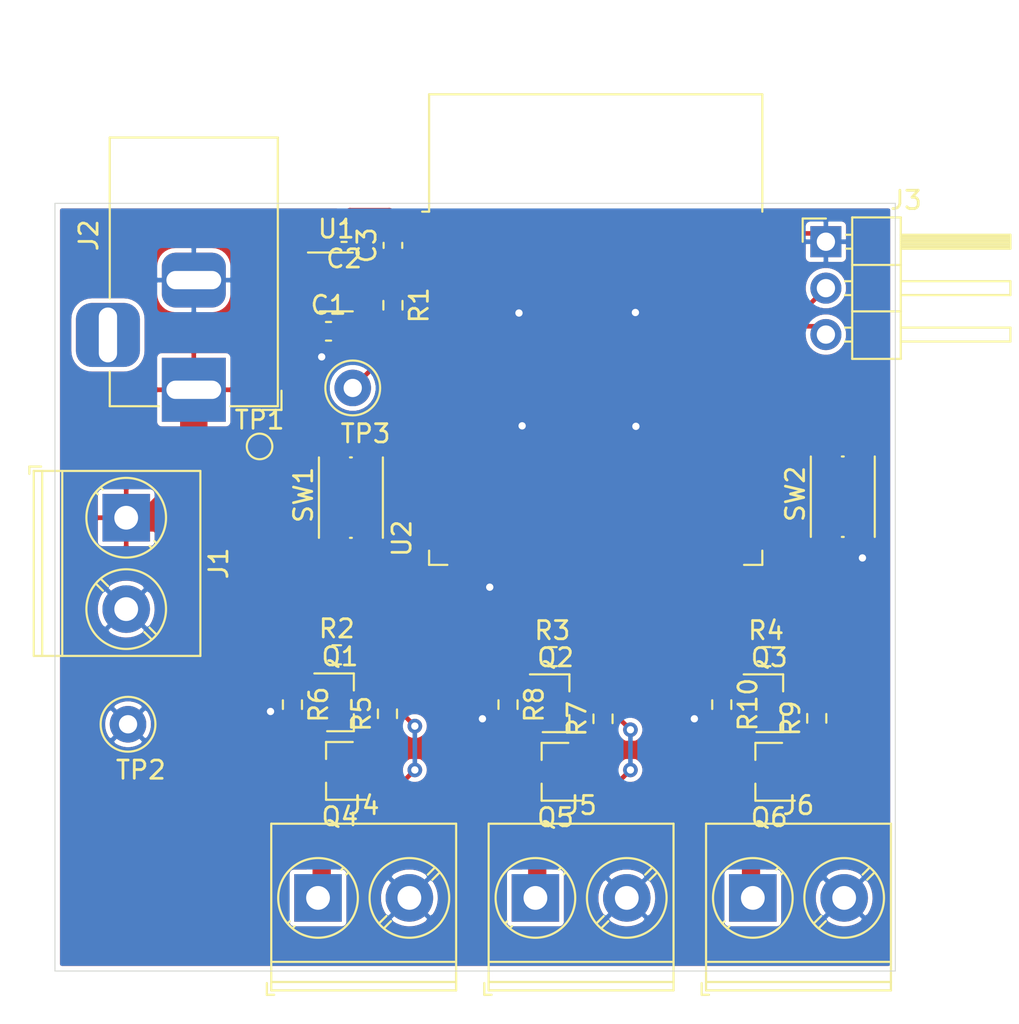
<source format=kicad_pcb>
(kicad_pcb (version 20171130) (host pcbnew 5.1.9+dfsg1-1)
  (layers (0 F.Cu signal) (31 B.Cu signal) (34 B.Paste user) (35 F.Paste user) (36 B.SilkS user) (37 F.SilkS user) (38 B.Mask user) (39 F.Mask user) (44 Edge.Cuts user))
  (net 0 "")
  (net 1 GND)
  (net 2 +5V)
  (net 3 +3V3)
  (net 4 "Net-(J2-Pad3)")
  (net 5 /RXD)
  (net 6 /TXD)
  (net 7 /OUT1)
  (net 8 /OUT2)
  (net 9 /OUT3)
  (net 10 /~RST)
  (net 11 /MTDO)
  (net 12 /MTMS)
  (net 13 /MTCK)
  (net 14 /MTDI)
  (net 15 "Net-(Q1-Pad3)")
  (net 16 "Net-(Q1-Pad1)")
  (net 17 "Net-(Q2-Pad3)")
  (net 18 "Net-(Q2-Pad1)")
  (net 19 "Net-(Q3-Pad3)")
  (net 20 "Net-(Q3-Pad1)")
  (net 21 /CH1)
  (net 22 /CH2)
  (net 23 /CH3)
  (net 24 "Net-(SW2-Pad1)")
  (net 25 "Net-(U1-Pad4)")
  (net 26 "Net-(U2-Pad37)")
  (net 27 "Net-(U2-Pad36)")
  (net 28 "Net-(U2-Pad33)")
  (net 29 "Net-(U2-Pad32)")
  (net 30 "Net-(U2-Pad29)")
  (net 31 "Net-(U2-Pad27)")
  (net 32 "Net-(U2-Pad26)")
  (net 33 "Net-(U2-Pad24)")
  (net 34 "Net-(U2-Pad22)")
  (net 35 "Net-(U2-Pad21)")
  (net 36 "Net-(U2-Pad20)")
  (net 37 "Net-(U2-Pad19)")
  (net 38 "Net-(U2-Pad18)")
  (net 39 "Net-(U2-Pad17)")
  (net 40 "Net-(U2-Pad11)")
  (net 41 "Net-(U2-Pad10)")
  (net 42 "Net-(U2-Pad9)")
  (net 43 "Net-(U2-Pad8)")
  (net 44 "Net-(U2-Pad7)")
  (net 45 "Net-(U2-Pad6)")
  (net 46 "Net-(U2-Pad5)")
  (net 47 "Net-(U2-Pad4)")
  (net 48 "Net-(U2-Pad28)")
  (module TestPoint:TestPoint_Pad_D1.0mm (layer F.Cu) (at 32.2 65.3)
    (fp_text reference TP1 (at 0 -1.448) (layer F.SilkS))
    (fp_text value TP5V)
    (fp_circle (center 0 0) (end 0 0.7) (layer F.SilkS) (width 0.12))
    (pad 1 smd circle (at 0 0) (size 1 1) (layers F.Cu F.Mask) (net 2 +5V))
  )
  (module Button_Switch_SMD:SW_Push_1P1T_NO_Vertical_Wuerth_434133025816 (layer F.Cu) (at 64.125 68.05 90)
    (fp_text reference SW2 (at 0.15 -2.6 90) (layer F.SilkS))
    (fp_text value SW_Push)
    (fp_line (start 2.2 0.05) (end 2.2 -0.05) (layer F.SilkS) (width 0.12))
    (fp_line (start -2.2 1.75) (end 2.2 1.75) (layer F.SilkS) (width 0.12))
    (fp_line (start 2.2 -1.75) (end -2.2 -1.75) (layer F.SilkS) (width 0.12))
    (fp_line (start -2.2 0.05) (end -2.2 -0.05) (layer F.SilkS) (width 0.12))
    (pad 2 smd rect (at 2.05 1.075 90) (size 1.05 0.65) (layers F.Cu F.Paste F.Mask) (net 1 GND))
    (pad 1 smd rect (at 2.075 -1.075 90) (size 1.05 0.65) (layers F.Cu F.Paste F.Mask) (net 24 "Net-(SW2-Pad1)"))
    (pad 2 smd rect (at -2.075 1.075 90) (size 1.05 0.65) (layers F.Cu F.Paste F.Mask) (net 1 GND))
    (pad 1 smd rect (at -2.075 -1.075 90) (size 1.05 0.65) (layers F.Cu F.Paste F.Mask) (net 24 "Net-(SW2-Pad1)"))
  )
  (module Button_Switch_SMD:SW_Push_1P1T_NO_Vertical_Wuerth_434133025816 (layer F.Cu) (at 37.2 68.1 90)
    (fp_text reference SW1 (at 0.15 -2.6 90) (layer F.SilkS))
    (fp_text value SW_Push)
    (fp_line (start 2.2 0.05) (end 2.2 -0.05) (layer F.SilkS) (width 0.12))
    (fp_line (start -2.2 1.75) (end 2.2 1.75) (layer F.SilkS) (width 0.12))
    (fp_line (start 2.2 -1.75) (end -2.2 -1.75) (layer F.SilkS) (width 0.12))
    (fp_line (start -2.2 0.05) (end -2.2 -0.05) (layer F.SilkS) (width 0.12))
    (pad 2 smd rect (at 2.05 1.075 90) (size 1.05 0.65) (layers F.Cu F.Paste F.Mask) (net 10 /~RST))
    (pad 1 smd rect (at 2.075 -1.075 90) (size 1.05 0.65) (layers F.Cu F.Paste F.Mask) (net 1 GND))
    (pad 2 smd rect (at -2.075 1.075 90) (size 1.05 0.65) (layers F.Cu F.Paste F.Mask) (net 10 /~RST))
    (pad 1 smd rect (at -2.075 -1.075 90) (size 1.05 0.65) (layers F.Cu F.Paste F.Mask) (net 1 GND))
  )
  (module RF_Module:ESP32-WROOM-32 (layer F.Cu) (at 50.6 61.9)
    (fp_text reference U2 (at -10.61 8.43 90) (layer F.SilkS))
    (fp_text value ESP32-WROOM-32D)
    (fp_line (start -9.12 9.1) (end -9.12 9.88) (layer F.SilkS) (width 0.12))
    (fp_line (start -9.12 9.88) (end -8.12 9.88) (layer F.SilkS) (width 0.12))
    (fp_line (start 9.12 9.1) (end 9.12 9.88) (layer F.SilkS) (width 0.12))
    (fp_line (start 9.12 9.88) (end 8.12 9.88) (layer F.SilkS) (width 0.12))
    (fp_line (start -9.12 -15.865) (end 9.12 -15.865) (layer F.SilkS) (width 0.12))
    (fp_line (start 9.12 -15.865) (end 9.12 -9.445) (layer F.SilkS) (width 0.12))
    (fp_line (start -9.12 -15.865) (end -9.12 -9.445) (layer F.SilkS) (width 0.12))
    (fp_line (start -9.12 -9.445) (end -9.5 -9.445) (layer F.SilkS) (width 0.12))
    (pad 38 smd rect (at 8.5 -8.255) (size 2 0.9) (layers F.Cu F.Paste F.Mask) (net 1 GND))
    (pad 37 smd rect (at 8.5 -6.985) (size 2 0.9) (layers F.Cu F.Paste F.Mask) (net 26 "Net-(U2-Pad37)"))
    (pad 36 smd rect (at 8.5 -5.715) (size 2 0.9) (layers F.Cu F.Paste F.Mask) (net 27 "Net-(U2-Pad36)"))
    (pad 35 smd rect (at 8.5 -4.445) (size 2 0.9) (layers F.Cu F.Paste F.Mask) (net 6 /TXD))
    (pad 34 smd rect (at 8.5 -3.175) (size 2 0.9) (layers F.Cu F.Paste F.Mask) (net 5 /RXD))
    (pad 33 smd rect (at 8.5 -1.905) (size 2 0.9) (layers F.Cu F.Paste F.Mask) (net 28 "Net-(U2-Pad33)"))
    (pad 32 smd rect (at 8.5 -0.635) (size 2 0.9) (layers F.Cu F.Paste F.Mask) (net 29 "Net-(U2-Pad32)"))
    (pad 31 smd rect (at 8.5 0.635) (size 2 0.9) (layers F.Cu F.Paste F.Mask) (net 23 /CH3))
    (pad 30 smd rect (at 8.5 1.905) (size 2 0.9) (layers F.Cu F.Paste F.Mask) (net 22 /CH2))
    (pad 29 smd rect (at 8.5 3.175) (size 2 0.9) (layers F.Cu F.Paste F.Mask) (net 30 "Net-(U2-Pad29)"))
    (pad 28 smd rect (at 8.5 4.445) (size 2 0.9) (layers F.Cu F.Paste F.Mask) (net 48 "Net-(U2-Pad28)"))
    (pad 27 smd rect (at 8.5 5.715) (size 2 0.9) (layers F.Cu F.Paste F.Mask) (net 31 "Net-(U2-Pad27)"))
    (pad 26 smd rect (at 8.5 6.985) (size 2 0.9) (layers F.Cu F.Paste F.Mask) (net 32 "Net-(U2-Pad26)"))
    (pad 25 smd rect (at 8.5 8.255) (size 2 0.9) (layers F.Cu F.Paste F.Mask) (net 24 "Net-(SW2-Pad1)"))
    (pad 24 smd rect (at 5.715 9.255 90) (size 2 0.9) (layers F.Cu F.Paste F.Mask) (net 33 "Net-(U2-Pad24)"))
    (pad 23 smd rect (at 4.445 9.255 90) (size 2 0.9) (layers F.Cu F.Paste F.Mask) (net 11 /MTDO))
    (pad 22 smd rect (at 3.175 9.255 90) (size 2 0.9) (layers F.Cu F.Paste F.Mask) (net 34 "Net-(U2-Pad22)"))
    (pad 21 smd rect (at 1.905 9.255 90) (size 2 0.9) (layers F.Cu F.Paste F.Mask) (net 35 "Net-(U2-Pad21)"))
    (pad 20 smd rect (at 0.635 9.255 90) (size 2 0.9) (layers F.Cu F.Paste F.Mask) (net 36 "Net-(U2-Pad20)"))
    (pad 19 smd rect (at -0.635 9.255 90) (size 2 0.9) (layers F.Cu F.Paste F.Mask) (net 37 "Net-(U2-Pad19)"))
    (pad 18 smd rect (at -1.905 9.255 90) (size 2 0.9) (layers F.Cu F.Paste F.Mask) (net 38 "Net-(U2-Pad18)"))
    (pad 17 smd rect (at -3.175 9.255 90) (size 2 0.9) (layers F.Cu F.Paste F.Mask) (net 39 "Net-(U2-Pad17)"))
    (pad 16 smd rect (at -4.445 9.255 90) (size 2 0.9) (layers F.Cu F.Paste F.Mask) (net 13 /MTCK))
    (pad 15 smd rect (at -5.715 9.255 90) (size 2 0.9) (layers F.Cu F.Paste F.Mask) (net 1 GND))
    (pad 14 smd rect (at -8.5 8.255) (size 2 0.9) (layers F.Cu F.Paste F.Mask) (net 14 /MTDI))
    (pad 13 smd rect (at -8.5 6.985) (size 2 0.9) (layers F.Cu F.Paste F.Mask) (net 12 /MTMS))
    (pad 12 smd rect (at -8.5 5.715) (size 2 0.9) (layers F.Cu F.Paste F.Mask) (net 21 /CH1))
    (pad 11 smd rect (at -8.5 4.445) (size 2 0.9) (layers F.Cu F.Paste F.Mask) (net 40 "Net-(U2-Pad11)"))
    (pad 10 smd rect (at -8.5 3.175) (size 2 0.9) (layers F.Cu F.Paste F.Mask) (net 41 "Net-(U2-Pad10)"))
    (pad 9 smd rect (at -8.5 1.905) (size 2 0.9) (layers F.Cu F.Paste F.Mask) (net 42 "Net-(U2-Pad9)"))
    (pad 8 smd rect (at -8.5 0.635) (size 2 0.9) (layers F.Cu F.Paste F.Mask) (net 43 "Net-(U2-Pad8)"))
    (pad 7 smd rect (at -8.5 -0.635) (size 2 0.9) (layers F.Cu F.Paste F.Mask) (net 44 "Net-(U2-Pad7)"))
    (pad 6 smd rect (at -8.5 -1.905) (size 2 0.9) (layers F.Cu F.Paste F.Mask) (net 45 "Net-(U2-Pad6)"))
    (pad 5 smd rect (at -8.5 -3.175) (size 2 0.9) (layers F.Cu F.Paste F.Mask) (net 46 "Net-(U2-Pad5)"))
    (pad 4 smd rect (at -8.5 -4.445) (size 2 0.9) (layers F.Cu F.Paste F.Mask) (net 47 "Net-(U2-Pad4)"))
    (pad 3 smd rect (at -8.5 -5.715) (size 2 0.9) (layers F.Cu F.Paste F.Mask) (net 10 /~RST))
    (pad 2 smd rect (at -8.5 -6.985) (size 2 0.9) (layers F.Cu F.Paste F.Mask) (net 3 +3V3))
    (pad 1 smd rect (at -8.5 -8.255) (size 2 0.9) (layers F.Cu F.Paste F.Mask) (net 1 GND))
    (pad 39 smd rect (at -1 -0.755) (size 5 5) (layers F.Cu F.Paste F.Mask) (net 1 GND))
  )
  (module Package_TO_SOT_SMD:SOT-23-5 (layer F.Cu) (at 36.4 56.3)
    (fp_text reference U1 (at 0 -2.9) (layer F.SilkS))
    (fp_text value AP2112K-3.3)
    (fp_line (start -0.9 1.61) (end 0.9 1.61) (layer F.SilkS) (width 0.12))
    (fp_line (start 0.9 -1.61) (end -1.55 -1.61) (layer F.SilkS) (width 0.12))
    (pad 5 smd rect (at 1.1 -0.95) (size 1.06 0.65) (layers F.Cu F.Paste F.Mask) (net 3 +3V3))
    (pad 4 smd rect (at 1.1 0.95) (size 1.06 0.65) (layers F.Cu F.Paste F.Mask) (net 25 "Net-(U1-Pad4)"))
    (pad 3 smd rect (at -1.1 0.95) (size 1.06 0.65) (layers F.Cu F.Paste F.Mask) (net 2 +5V))
    (pad 2 smd rect (at -1.1 0) (size 1.06 0.65) (layers F.Cu F.Paste F.Mask) (net 1 GND))
    (pad 1 smd rect (at -1.1 -0.95) (size 1.06 0.65) (layers F.Cu F.Paste F.Mask) (net 2 +5V))
  )
  (module TestPoint:TestPoint_Loop_D1.80mm_Drill1.0mm_Beaded (layer F.Cu) (at 37.3 62.1)
    (fp_text reference TP3 (at 0.7 2.5) (layer F.SilkS))
    (fp_text value TP3v3)
    (fp_circle (center 0 0) (end 1.5 0) (layer F.SilkS) (width 0.12))
    (pad 1 thru_hole circle (at 0 0) (size 2 2) (drill 1) (layers *.Cu *.Mask) (net 3 +3V3))
  )
  (module TestPoint:TestPoint_Loop_D1.80mm_Drill1.0mm_Beaded (layer F.Cu) (at 25 80.5)
    (fp_text reference TP2 (at 0.7 2.5) (layer F.SilkS))
    (fp_text value TPGND)
    (fp_circle (center 0 0) (end 1.5 0) (layer F.SilkS) (width 0.12))
    (pad 1 thru_hole circle (at 0 0) (size 2 2) (drill 1) (layers *.Cu *.Mask) (net 1 GND))
  )
  (module Resistor_SMD:R_0603_1608Metric (layer F.Cu) (at 57.5 79.425 270)
    (fp_text reference R10 (at 0 -1.43 90) (layer F.SilkS))
    (fp_text value 100k)
    (fp_line (start -0.237258 -0.5225) (end 0.237258 -0.5225) (layer F.SilkS) (width 0.12))
    (fp_line (start -0.237258 0.5225) (end 0.237258 0.5225) (layer F.SilkS) (width 0.12))
    (pad 2 smd roundrect (at 0.825 0 270) (size 0.8 0.95) (layers F.Cu F.Paste F.Mask) (net 1 GND))
    (pad 1 smd roundrect (at -0.825 0 270) (size 0.8 0.95) (layers F.Cu F.Paste F.Mask) (net 20 "Net-(Q3-Pad1)"))
  )
  (module Resistor_SMD:R_0603_1608Metric (layer F.Cu) (at 62.7 80.175 90)
    (fp_text reference R9 (at 0 -1.43 90) (layer F.SilkS))
    (fp_text value 1k)
    (fp_line (start -0.237258 -0.5225) (end 0.237258 -0.5225) (layer F.SilkS) (width 0.12))
    (fp_line (start -0.237258 0.5225) (end 0.237258 0.5225) (layer F.SilkS) (width 0.12))
    (pad 2 smd roundrect (at 0.825 0 90) (size 0.8 0.95) (layers F.Cu F.Paste F.Mask) (net 19 "Net-(Q3-Pad3)"))
    (pad 1 smd roundrect (at -0.825 0 90) (size 0.8 0.95) (layers F.Cu F.Paste F.Mask) (net 2 +5V))
  )
  (module Resistor_SMD:R_0603_1608Metric (layer F.Cu) (at 45.8 79.425 270)
    (fp_text reference R8 (at 0 -1.43 90) (layer F.SilkS))
    (fp_text value 100k)
    (fp_line (start -0.237258 -0.5225) (end 0.237258 -0.5225) (layer F.SilkS) (width 0.12))
    (fp_line (start -0.237258 0.5225) (end 0.237258 0.5225) (layer F.SilkS) (width 0.12))
    (pad 2 smd roundrect (at 0.825 0 270) (size 0.8 0.95) (layers F.Cu F.Paste F.Mask) (net 1 GND))
    (pad 1 smd roundrect (at -0.825 0 270) (size 0.8 0.95) (layers F.Cu F.Paste F.Mask) (net 18 "Net-(Q2-Pad1)"))
  )
  (module Resistor_SMD:R_0603_1608Metric (layer F.Cu) (at 51 80.2 90)
    (fp_text reference R7 (at 0 -1.43 90) (layer F.SilkS))
    (fp_text value 1k)
    (fp_line (start -0.237258 -0.5225) (end 0.237258 -0.5225) (layer F.SilkS) (width 0.12))
    (fp_line (start -0.237258 0.5225) (end 0.237258 0.5225) (layer F.SilkS) (width 0.12))
    (pad 2 smd roundrect (at 0.825 0 90) (size 0.8 0.95) (layers F.Cu F.Paste F.Mask) (net 17 "Net-(Q2-Pad3)"))
    (pad 1 smd roundrect (at -0.825 0 90) (size 0.8 0.95) (layers F.Cu F.Paste F.Mask) (net 2 +5V))
  )
  (module Resistor_SMD:R_0603_1608Metric (layer F.Cu) (at 34 79.425 270)
    (fp_text reference R6 (at 0 -1.43 90) (layer F.SilkS))
    (fp_text value 100k)
    (fp_line (start -0.237258 -0.5225) (end 0.237258 -0.5225) (layer F.SilkS) (width 0.12))
    (fp_line (start -0.237258 0.5225) (end 0.237258 0.5225) (layer F.SilkS) (width 0.12))
    (pad 2 smd roundrect (at 0.825 0 270) (size 0.8 0.95) (layers F.Cu F.Paste F.Mask) (net 1 GND))
    (pad 1 smd roundrect (at -0.825 0 270) (size 0.8 0.95) (layers F.Cu F.Paste F.Mask) (net 16 "Net-(Q1-Pad1)"))
  )
  (module Resistor_SMD:R_0603_1608Metric (layer F.Cu) (at 39.2 79.925 90)
    (fp_text reference R5 (at 0 -1.43 90) (layer F.SilkS))
    (fp_text value 1k)
    (fp_line (start -0.237258 -0.5225) (end 0.237258 -0.5225) (layer F.SilkS) (width 0.12))
    (fp_line (start -0.237258 0.5225) (end 0.237258 0.5225) (layer F.SilkS) (width 0.12))
    (pad 2 smd roundrect (at 0.825 0 90) (size 0.8 0.95) (layers F.Cu F.Paste F.Mask) (net 15 "Net-(Q1-Pad3)"))
    (pad 1 smd roundrect (at -0.825 0 90) (size 0.8 0.95) (layers F.Cu F.Paste F.Mask) (net 2 +5V))
  )
  (module Resistor_SMD:R_0603_1608Metric (layer F.Cu) (at 59.925 76.8)
    (fp_text reference R4 (at 0 -1.43) (layer F.SilkS))
    (fp_text value 100)
    (fp_line (start -0.237258 -0.5225) (end 0.237258 -0.5225) (layer F.SilkS) (width 0.12))
    (fp_line (start -0.237258 0.5225) (end 0.237258 0.5225) (layer F.SilkS) (width 0.12))
    (pad 2 smd roundrect (at 0.825 0) (size 0.8 0.95) (layers F.Cu F.Paste F.Mask) (net 23 /CH3))
    (pad 1 smd roundrect (at -0.825 0) (size 0.8 0.95) (layers F.Cu F.Paste F.Mask) (net 20 "Net-(Q3-Pad1)"))
  )
  (module Resistor_SMD:R_0603_1608Metric (layer F.Cu) (at 48.225 76.8)
    (fp_text reference R3 (at 0 -1.43) (layer F.SilkS))
    (fp_text value 100)
    (fp_line (start -0.237258 -0.5225) (end 0.237258 -0.5225) (layer F.SilkS) (width 0.12))
    (fp_line (start -0.237258 0.5225) (end 0.237258 0.5225) (layer F.SilkS) (width 0.12))
    (pad 2 smd roundrect (at 0.825 0) (size 0.8 0.95) (layers F.Cu F.Paste F.Mask) (net 22 /CH2))
    (pad 1 smd roundrect (at -0.825 0) (size 0.8 0.95) (layers F.Cu F.Paste F.Mask) (net 18 "Net-(Q2-Pad1)"))
  )
  (module Resistor_SMD:R_0603_1608Metric (layer F.Cu) (at 36.425 76.7)
    (fp_text reference R2 (at 0 -1.43) (layer F.SilkS))
    (fp_text value 100)
    (fp_line (start -0.237258 -0.5225) (end 0.237258 -0.5225) (layer F.SilkS) (width 0.12))
    (fp_line (start -0.237258 0.5225) (end 0.237258 0.5225) (layer F.SilkS) (width 0.12))
    (pad 2 smd roundrect (at 0.825 0) (size 0.8 0.95) (layers F.Cu F.Paste F.Mask) (net 21 /CH1))
    (pad 1 smd roundrect (at -0.825 0) (size 0.8 0.95) (layers F.Cu F.Paste F.Mask) (net 16 "Net-(Q1-Pad1)"))
  )
  (module Resistor_SMD:R_0603_1608Metric (layer F.Cu) (at 39.5 57.575 270)
    (fp_text reference R1 (at 0 -1.43 90) (layer F.SilkS))
    (fp_text value 10k)
    (fp_line (start -0.237258 -0.5225) (end 0.237258 -0.5225) (layer F.SilkS) (width 0.12))
    (fp_line (start -0.237258 0.5225) (end 0.237258 0.5225) (layer F.SilkS) (width 0.12))
    (pad 2 smd roundrect (at 0.825 0 270) (size 0.8 0.95) (layers F.Cu F.Paste F.Mask) (net 10 /~RST))
    (pad 1 smd roundrect (at -0.825 0 270) (size 0.8 0.95) (layers F.Cu F.Paste F.Mask) (net 3 +3V3))
  )
  (module Package_TO_SOT_SMD:SOT-23 (layer F.Cu) (at 60.1 83.1 180)
    (fp_text reference Q6 (at 0 -2.5) (layer F.SilkS))
    (fp_text value PMV33UPE)
    (fp_line (start 0.76 1.58) (end 0.76 0.65) (layer F.SilkS) (width 0.12))
    (fp_line (start 0.76 -1.58) (end 0.76 -0.65) (layer F.SilkS) (width 0.12))
    (fp_line (start 0.76 -1.58) (end -1.4 -1.58) (layer F.SilkS) (width 0.12))
    (fp_line (start 0.76 1.58) (end -0.7 1.58) (layer F.SilkS) (width 0.12))
    (pad 3 smd rect (at 1 0 180) (size 0.9 0.8) (layers F.Cu F.Paste F.Mask) (net 9 /OUT3))
    (pad 2 smd rect (at -1 0.95 180) (size 0.9 0.8) (layers F.Cu F.Paste F.Mask) (net 2 +5V))
    (pad 1 smd rect (at -1 -0.95 180) (size 0.9 0.8) (layers F.Cu F.Paste F.Mask) (net 19 "Net-(Q3-Pad3)"))
  )
  (module Package_TO_SOT_SMD:SOT-23 (layer F.Cu) (at 48.4 83.1 180)
    (fp_text reference Q5 (at 0 -2.5) (layer F.SilkS))
    (fp_text value PMV33UPE)
    (fp_line (start 0.76 1.58) (end 0.76 0.65) (layer F.SilkS) (width 0.12))
    (fp_line (start 0.76 -1.58) (end 0.76 -0.65) (layer F.SilkS) (width 0.12))
    (fp_line (start 0.76 -1.58) (end -1.4 -1.58) (layer F.SilkS) (width 0.12))
    (fp_line (start 0.76 1.58) (end -0.7 1.58) (layer F.SilkS) (width 0.12))
    (pad 3 smd rect (at 1 0 180) (size 0.9 0.8) (layers F.Cu F.Paste F.Mask) (net 8 /OUT2))
    (pad 2 smd rect (at -1 0.95 180) (size 0.9 0.8) (layers F.Cu F.Paste F.Mask) (net 2 +5V))
    (pad 1 smd rect (at -1 -0.95 180) (size 0.9 0.8) (layers F.Cu F.Paste F.Mask) (net 17 "Net-(Q2-Pad3)"))
  )
  (module Package_TO_SOT_SMD:SOT-23 (layer F.Cu) (at 36.6 83.05 180)
    (fp_text reference Q4 (at 0 -2.5) (layer F.SilkS))
    (fp_text value PMV33UPE)
    (fp_line (start 0.76 1.58) (end 0.76 0.65) (layer F.SilkS) (width 0.12))
    (fp_line (start 0.76 -1.58) (end 0.76 -0.65) (layer F.SilkS) (width 0.12))
    (fp_line (start 0.76 -1.58) (end -1.4 -1.58) (layer F.SilkS) (width 0.12))
    (fp_line (start 0.76 1.58) (end -0.7 1.58) (layer F.SilkS) (width 0.12))
    (pad 3 smd rect (at 1 0 180) (size 0.9 0.8) (layers F.Cu F.Paste F.Mask) (net 7 /OUT1))
    (pad 2 smd rect (at -1 0.95 180) (size 0.9 0.8) (layers F.Cu F.Paste F.Mask) (net 2 +5V))
    (pad 1 smd rect (at -1 -0.95 180) (size 0.9 0.8) (layers F.Cu F.Paste F.Mask) (net 15 "Net-(Q1-Pad3)"))
  )
  (module Package_TO_SOT_SMD:SOT-23 (layer F.Cu) (at 60.1 79.35)
    (fp_text reference Q3 (at 0 -2.5) (layer F.SilkS))
    (fp_text value NX3008NBK)
    (fp_line (start 0.76 1.58) (end 0.76 0.65) (layer F.SilkS) (width 0.12))
    (fp_line (start 0.76 -1.58) (end 0.76 -0.65) (layer F.SilkS) (width 0.12))
    (fp_line (start 0.76 -1.58) (end -1.4 -1.58) (layer F.SilkS) (width 0.12))
    (fp_line (start 0.76 1.58) (end -0.7 1.58) (layer F.SilkS) (width 0.12))
    (pad 3 smd rect (at 1 0) (size 0.9 0.8) (layers F.Cu F.Paste F.Mask) (net 19 "Net-(Q3-Pad3)"))
    (pad 2 smd rect (at -1 0.95) (size 0.9 0.8) (layers F.Cu F.Paste F.Mask) (net 1 GND))
    (pad 1 smd rect (at -1 -0.95) (size 0.9 0.8) (layers F.Cu F.Paste F.Mask) (net 20 "Net-(Q3-Pad1)"))
  )
  (module Package_TO_SOT_SMD:SOT-23 (layer F.Cu) (at 48.4 79.35)
    (fp_text reference Q2 (at 0 -2.5) (layer F.SilkS))
    (fp_text value NX3008NBK)
    (fp_line (start 0.76 1.58) (end 0.76 0.65) (layer F.SilkS) (width 0.12))
    (fp_line (start 0.76 -1.58) (end 0.76 -0.65) (layer F.SilkS) (width 0.12))
    (fp_line (start 0.76 -1.58) (end -1.4 -1.58) (layer F.SilkS) (width 0.12))
    (fp_line (start 0.76 1.58) (end -0.7 1.58) (layer F.SilkS) (width 0.12))
    (pad 3 smd rect (at 1 0) (size 0.9 0.8) (layers F.Cu F.Paste F.Mask) (net 17 "Net-(Q2-Pad3)"))
    (pad 2 smd rect (at -1 0.95) (size 0.9 0.8) (layers F.Cu F.Paste F.Mask) (net 1 GND))
    (pad 1 smd rect (at -1 -0.95) (size 0.9 0.8) (layers F.Cu F.Paste F.Mask) (net 18 "Net-(Q2-Pad1)"))
  )
  (module Package_TO_SOT_SMD:SOT-23 (layer F.Cu) (at 36.6 79.3)
    (fp_text reference Q1 (at 0 -2.5) (layer F.SilkS))
    (fp_text value NX3008NBK)
    (fp_line (start 0.76 1.58) (end 0.76 0.65) (layer F.SilkS) (width 0.12))
    (fp_line (start 0.76 -1.58) (end 0.76 -0.65) (layer F.SilkS) (width 0.12))
    (fp_line (start 0.76 -1.58) (end -1.4 -1.58) (layer F.SilkS) (width 0.12))
    (fp_line (start 0.76 1.58) (end -0.7 1.58) (layer F.SilkS) (width 0.12))
    (pad 3 smd rect (at 1 0) (size 0.9 0.8) (layers F.Cu F.Paste F.Mask) (net 15 "Net-(Q1-Pad3)"))
    (pad 2 smd rect (at -1 0.95) (size 0.9 0.8) (layers F.Cu F.Paste F.Mask) (net 1 GND))
    (pad 1 smd rect (at -1 -0.95) (size 0.9 0.8) (layers F.Cu F.Paste F.Mask) (net 16 "Net-(Q1-Pad1)"))
  )
  (module TerminalBlock_Phoenix:TerminalBlock_Phoenix_PT-1,5-2-5.0-H_1x02_P5.00mm_Horizontal (layer F.Cu) (at 59.2 90)
    (fp_text reference J6 (at 2.5 -5.06) (layer F.SilkS))
    (fp_text value Screw_Terminal_01x02)
    (fp_circle (center 0 0) (end 2.18 0) (layer F.SilkS) (width 0.12))
    (fp_circle (center 5 0) (end 7.18 0) (layer F.SilkS) (width 0.12))
    (fp_line (start -2.56 4.6) (end 7.56 4.6) (layer F.SilkS) (width 0.12))
    (fp_line (start -2.56 3.5) (end 7.56 3.5) (layer F.SilkS) (width 0.12))
    (fp_line (start -2.56 -4.06) (end 7.56 -4.06) (layer F.SilkS) (width 0.12))
    (fp_line (start -2.56 5.06) (end 7.56 5.06) (layer F.SilkS) (width 0.12))
    (fp_line (start -2.56 -4.06) (end -2.56 5.06) (layer F.SilkS) (width 0.12))
    (fp_line (start 7.56 -4.06) (end 7.56 5.06) (layer F.SilkS) (width 0.12))
    (fp_line (start 1.654 -1.388) (end 1.547 -1.281) (layer F.SilkS) (width 0.12))
    (fp_line (start -1.282 1.547) (end -1.388 1.654) (layer F.SilkS) (width 0.12))
    (fp_line (start 1.388 -1.654) (end 1.281 -1.547) (layer F.SilkS) (width 0.12))
    (fp_line (start -1.548 1.281) (end -1.654 1.388) (layer F.SilkS) (width 0.12))
    (fp_line (start 6.654 -1.388) (end 6.259 -0.992) (layer F.SilkS) (width 0.12))
    (fp_line (start 3.993 1.274) (end 3.613 1.654) (layer F.SilkS) (width 0.12))
    (fp_line (start 6.388 -1.654) (end 6.008 -1.274) (layer F.SilkS) (width 0.12))
    (fp_line (start 3.742 0.992) (end 3.347 1.388) (layer F.SilkS) (width 0.12))
    (fp_line (start -2.8 4.66) (end -2.8 5.3) (layer F.SilkS) (width 0.12))
    (fp_line (start -2.8 5.3) (end -2.4 5.3) (layer F.SilkS) (width 0.12))
    (pad 2 thru_hole circle (at 5 0) (size 2.6 2.6) (drill 1.3) (layers *.Cu *.Mask) (net 1 GND))
    (pad 1 thru_hole rect (at 0 0) (size 2.6 2.6) (drill 1.3) (layers *.Cu *.Mask) (net 9 /OUT3))
  )
  (module TerminalBlock_Phoenix:TerminalBlock_Phoenix_PT-1,5-2-5.0-H_1x02_P5.00mm_Horizontal (layer F.Cu) (at 47.3 90)
    (fp_text reference J5 (at 2.5 -5.06) (layer F.SilkS))
    (fp_text value Screw_Terminal_01x02)
    (fp_circle (center 0 0) (end 2.18 0) (layer F.SilkS) (width 0.12))
    (fp_circle (center 5 0) (end 7.18 0) (layer F.SilkS) (width 0.12))
    (fp_line (start -2.56 4.6) (end 7.56 4.6) (layer F.SilkS) (width 0.12))
    (fp_line (start -2.56 3.5) (end 7.56 3.5) (layer F.SilkS) (width 0.12))
    (fp_line (start -2.56 -4.06) (end 7.56 -4.06) (layer F.SilkS) (width 0.12))
    (fp_line (start -2.56 5.06) (end 7.56 5.06) (layer F.SilkS) (width 0.12))
    (fp_line (start -2.56 -4.06) (end -2.56 5.06) (layer F.SilkS) (width 0.12))
    (fp_line (start 7.56 -4.06) (end 7.56 5.06) (layer F.SilkS) (width 0.12))
    (fp_line (start 1.654 -1.388) (end 1.547 -1.281) (layer F.SilkS) (width 0.12))
    (fp_line (start -1.282 1.547) (end -1.388 1.654) (layer F.SilkS) (width 0.12))
    (fp_line (start 1.388 -1.654) (end 1.281 -1.547) (layer F.SilkS) (width 0.12))
    (fp_line (start -1.548 1.281) (end -1.654 1.388) (layer F.SilkS) (width 0.12))
    (fp_line (start 6.654 -1.388) (end 6.259 -0.992) (layer F.SilkS) (width 0.12))
    (fp_line (start 3.993 1.274) (end 3.613 1.654) (layer F.SilkS) (width 0.12))
    (fp_line (start 6.388 -1.654) (end 6.008 -1.274) (layer F.SilkS) (width 0.12))
    (fp_line (start 3.742 0.992) (end 3.347 1.388) (layer F.SilkS) (width 0.12))
    (fp_line (start -2.8 4.66) (end -2.8 5.3) (layer F.SilkS) (width 0.12))
    (fp_line (start -2.8 5.3) (end -2.4 5.3) (layer F.SilkS) (width 0.12))
    (pad 2 thru_hole circle (at 5 0) (size 2.6 2.6) (drill 1.3) (layers *.Cu *.Mask) (net 1 GND))
    (pad 1 thru_hole rect (at 0 0) (size 2.6 2.6) (drill 1.3) (layers *.Cu *.Mask) (net 8 /OUT2))
  )
  (module TerminalBlock_Phoenix:TerminalBlock_Phoenix_PT-1,5-2-5.0-H_1x02_P5.00mm_Horizontal (layer F.Cu) (at 35.4 90)
    (fp_text reference J4 (at 2.5 -5.06) (layer F.SilkS))
    (fp_text value Screw_Terminal_01x02)
    (fp_circle (center 0 0) (end 2.18 0) (layer F.SilkS) (width 0.12))
    (fp_circle (center 5 0) (end 7.18 0) (layer F.SilkS) (width 0.12))
    (fp_line (start -2.56 4.6) (end 7.56 4.6) (layer F.SilkS) (width 0.12))
    (fp_line (start -2.56 3.5) (end 7.56 3.5) (layer F.SilkS) (width 0.12))
    (fp_line (start -2.56 -4.06) (end 7.56 -4.06) (layer F.SilkS) (width 0.12))
    (fp_line (start -2.56 5.06) (end 7.56 5.06) (layer F.SilkS) (width 0.12))
    (fp_line (start -2.56 -4.06) (end -2.56 5.06) (layer F.SilkS) (width 0.12))
    (fp_line (start 7.56 -4.06) (end 7.56 5.06) (layer F.SilkS) (width 0.12))
    (fp_line (start 1.654 -1.388) (end 1.547 -1.281) (layer F.SilkS) (width 0.12))
    (fp_line (start -1.282 1.547) (end -1.388 1.654) (layer F.SilkS) (width 0.12))
    (fp_line (start 1.388 -1.654) (end 1.281 -1.547) (layer F.SilkS) (width 0.12))
    (fp_line (start -1.548 1.281) (end -1.654 1.388) (layer F.SilkS) (width 0.12))
    (fp_line (start 6.654 -1.388) (end 6.259 -0.992) (layer F.SilkS) (width 0.12))
    (fp_line (start 3.993 1.274) (end 3.613 1.654) (layer F.SilkS) (width 0.12))
    (fp_line (start 6.388 -1.654) (end 6.008 -1.274) (layer F.SilkS) (width 0.12))
    (fp_line (start 3.742 0.992) (end 3.347 1.388) (layer F.SilkS) (width 0.12))
    (fp_line (start -2.8 4.66) (end -2.8 5.3) (layer F.SilkS) (width 0.12))
    (fp_line (start -2.8 5.3) (end -2.4 5.3) (layer F.SilkS) (width 0.12))
    (pad 2 thru_hole circle (at 5 0) (size 2.6 2.6) (drill 1.3) (layers *.Cu *.Mask) (net 1 GND))
    (pad 1 thru_hole rect (at 0 0) (size 2.6 2.6) (drill 1.3) (layers *.Cu *.Mask) (net 7 /OUT1))
  )
  (module Connector_PinHeader_2.54mm:PinHeader_1x03_P2.54mm_Horizontal (layer F.Cu) (at 63.2 54.1)
    (fp_text reference J3 (at 4.385 -2.27) (layer F.SilkS))
    (fp_text value Conn_01x03)
    (fp_line (start 1.44 -1.33) (end 1.44 6.41) (layer F.SilkS) (width 0.12))
    (fp_line (start 1.44 6.41) (end 4.1 6.41) (layer F.SilkS) (width 0.12))
    (fp_line (start 4.1 6.41) (end 4.1 -1.33) (layer F.SilkS) (width 0.12))
    (fp_line (start 4.1 -1.33) (end 1.44 -1.33) (layer F.SilkS) (width 0.12))
    (fp_line (start 4.1 -0.38) (end 10.1 -0.38) (layer F.SilkS) (width 0.12))
    (fp_line (start 10.1 -0.38) (end 10.1 0.38) (layer F.SilkS) (width 0.12))
    (fp_line (start 10.1 0.38) (end 4.1 0.38) (layer F.SilkS) (width 0.12))
    (fp_line (start 4.1 -0.32) (end 10.1 -0.32) (layer F.SilkS) (width 0.12))
    (fp_line (start 4.1 -0.2) (end 10.1 -0.2) (layer F.SilkS) (width 0.12))
    (fp_line (start 4.1 -0.08) (end 10.1 -0.08) (layer F.SilkS) (width 0.12))
    (fp_line (start 4.1 0.04) (end 10.1 0.04) (layer F.SilkS) (width 0.12))
    (fp_line (start 4.1 0.16) (end 10.1 0.16) (layer F.SilkS) (width 0.12))
    (fp_line (start 4.1 0.28) (end 10.1 0.28) (layer F.SilkS) (width 0.12))
    (fp_line (start 1.11 -0.38) (end 1.44 -0.38) (layer F.SilkS) (width 0.12))
    (fp_line (start 1.11 0.38) (end 1.44 0.38) (layer F.SilkS) (width 0.12))
    (fp_line (start 1.44 1.27) (end 4.1 1.27) (layer F.SilkS) (width 0.12))
    (fp_line (start 4.1 2.16) (end 10.1 2.16) (layer F.SilkS) (width 0.12))
    (fp_line (start 10.1 2.16) (end 10.1 2.92) (layer F.SilkS) (width 0.12))
    (fp_line (start 10.1 2.92) (end 4.1 2.92) (layer F.SilkS) (width 0.12))
    (fp_line (start 1.042929 2.16) (end 1.44 2.16) (layer F.SilkS) (width 0.12))
    (fp_line (start 1.042929 2.92) (end 1.44 2.92) (layer F.SilkS) (width 0.12))
    (fp_line (start 1.44 3.81) (end 4.1 3.81) (layer F.SilkS) (width 0.12))
    (fp_line (start 4.1 4.7) (end 10.1 4.7) (layer F.SilkS) (width 0.12))
    (fp_line (start 10.1 4.7) (end 10.1 5.46) (layer F.SilkS) (width 0.12))
    (fp_line (start 10.1 5.46) (end 4.1 5.46) (layer F.SilkS) (width 0.12))
    (fp_line (start 1.042929 4.7) (end 1.44 4.7) (layer F.SilkS) (width 0.12))
    (fp_line (start 1.042929 5.46) (end 1.44 5.46) (layer F.SilkS) (width 0.12))
    (fp_line (start -1.27 0) (end -1.27 -1.27) (layer F.SilkS) (width 0.12))
    (fp_line (start -1.27 -1.27) (end 0 -1.27) (layer F.SilkS) (width 0.12))
    (pad 3 thru_hole oval (at 0 5.08) (size 1.7 1.7) (drill 1) (layers *.Cu *.Mask) (net 5 /RXD))
    (pad 2 thru_hole oval (at 0 2.54) (size 1.7 1.7) (drill 1) (layers *.Cu *.Mask) (net 6 /TXD))
    (pad 1 thru_hole rect (at 0 0) (size 1.7 1.7) (drill 1) (layers *.Cu *.Mask) (net 1 GND))
  )
  (module Connector_BarrelJack:BarrelJack_Horizontal (layer F.Cu) (at 28.6 62.2 270)
    (fp_text reference J2 (at -8.45 5.75 90) (layer F.SilkS))
    (fp_text value Barrel_Jack_Switch)
    (fp_line (start 1.1 -3.75) (end 1.1 -4.8) (layer F.SilkS) (width 0.12))
    (fp_line (start 0.05 -4.8) (end 1.1 -4.8) (layer F.SilkS) (width 0.12))
    (fp_line (start -5 4.6) (end -13.8 4.6) (layer F.SilkS) (width 0.12))
    (fp_line (start -13.8 4.6) (end -13.8 -4.6) (layer F.SilkS) (width 0.12))
    (fp_line (start 0.9 1.9) (end 0.9 4.6) (layer F.SilkS) (width 0.12))
    (fp_line (start 0.9 4.6) (end -1 4.6) (layer F.SilkS) (width 0.12))
    (fp_line (start -13.8 -4.6) (end 0.9 -4.6) (layer F.SilkS) (width 0.12))
    (fp_line (start 0.9 -4.6) (end 0.9 -2) (layer F.SilkS) (width 0.12))
    (pad 3 thru_hole roundrect (at -3 4.7 270) (size 3.5 3.5) (drill oval 3 1) (layers *.Cu *.Mask) (net 4 "Net-(J2-Pad3)"))
    (pad 2 thru_hole roundrect (at -6 0 270) (size 3 3.5) (drill oval 1 3) (layers *.Cu *.Mask) (net 1 GND))
    (pad 1 thru_hole rect (at 0 0 270) (size 3.5 3.5) (drill oval 1 3) (layers *.Cu *.Mask) (net 2 +5V))
  )
  (module TerminalBlock_Phoenix:TerminalBlock_Phoenix_PT-1,5-2-5.0-H_1x02_P5.00mm_Horizontal (layer F.Cu) (at 24.9 69.2 270)
    (fp_text reference J1 (at 2.5 -5.06 90) (layer F.SilkS))
    (fp_text value Screw_Terminal_01x02)
    (fp_circle (center 0 0) (end 2.18 0) (layer F.SilkS) (width 0.12))
    (fp_circle (center 5 0) (end 7.18 0) (layer F.SilkS) (width 0.12))
    (fp_line (start -2.56 4.6) (end 7.56 4.6) (layer F.SilkS) (width 0.12))
    (fp_line (start -2.56 3.5) (end 7.56 3.5) (layer F.SilkS) (width 0.12))
    (fp_line (start -2.56 -4.06) (end 7.56 -4.06) (layer F.SilkS) (width 0.12))
    (fp_line (start -2.56 5.06) (end 7.56 5.06) (layer F.SilkS) (width 0.12))
    (fp_line (start -2.56 -4.06) (end -2.56 5.06) (layer F.SilkS) (width 0.12))
    (fp_line (start 7.56 -4.06) (end 7.56 5.06) (layer F.SilkS) (width 0.12))
    (fp_line (start 1.654 -1.388) (end 1.547 -1.281) (layer F.SilkS) (width 0.12))
    (fp_line (start -1.282 1.547) (end -1.388 1.654) (layer F.SilkS) (width 0.12))
    (fp_line (start 1.388 -1.654) (end 1.281 -1.547) (layer F.SilkS) (width 0.12))
    (fp_line (start -1.548 1.281) (end -1.654 1.388) (layer F.SilkS) (width 0.12))
    (fp_line (start 6.654 -1.388) (end 6.259 -0.992) (layer F.SilkS) (width 0.12))
    (fp_line (start 3.993 1.274) (end 3.613 1.654) (layer F.SilkS) (width 0.12))
    (fp_line (start 6.388 -1.654) (end 6.008 -1.274) (layer F.SilkS) (width 0.12))
    (fp_line (start 3.742 0.992) (end 3.347 1.388) (layer F.SilkS) (width 0.12))
    (fp_line (start -2.8 4.66) (end -2.8 5.3) (layer F.SilkS) (width 0.12))
    (fp_line (start -2.8 5.3) (end -2.4 5.3) (layer F.SilkS) (width 0.12))
    (pad 2 thru_hole circle (at 5 0 270) (size 2.6 2.6) (drill 1.3) (layers *.Cu *.Mask) (net 1 GND))
    (pad 1 thru_hole rect (at 0 0 270) (size 2.6 2.6) (drill 1.3) (layers *.Cu *.Mask) (net 2 +5V))
  )
  (module Capacitor_SMD:C_0603_1608Metric (layer F.Cu) (at 39.5 54.3 90)
    (fp_text reference C3 (at 0 -1.43 90) (layer F.SilkS))
    (fp_text value 0.1u)
    (fp_line (start -0.14058 -0.51) (end 0.14058 -0.51) (layer F.SilkS) (width 0.12))
    (fp_line (start -0.14058 0.51) (end 0.14058 0.51) (layer F.SilkS) (width 0.12))
    (pad 2 smd roundrect (at 0.775 0 90) (size 0.9 0.95) (layers F.Cu F.Paste F.Mask) (net 1 GND))
    (pad 1 smd roundrect (at -0.775 0 90) (size 0.9 0.95) (layers F.Cu F.Paste F.Mask) (net 3 +3V3))
  )
  (module Capacitor_SMD:C_0603_1608Metric (layer F.Cu) (at 36.825 53.6 180)
    (fp_text reference C2 (at 0 -1.43) (layer F.SilkS))
    (fp_text value 1u)
    (fp_line (start -0.14058 -0.51) (end 0.14058 -0.51) (layer F.SilkS) (width 0.12))
    (fp_line (start -0.14058 0.51) (end 0.14058 0.51) (layer F.SilkS) (width 0.12))
    (pad 2 smd roundrect (at 0.775 0 180) (size 0.9 0.95) (layers F.Cu F.Paste F.Mask) (net 1 GND))
    (pad 1 smd roundrect (at -0.775 0 180) (size 0.9 0.95) (layers F.Cu F.Paste F.Mask) (net 3 +3V3))
  )
  (module Capacitor_SMD:C_0603_1608Metric (layer F.Cu) (at 35.975 59)
    (fp_text reference C1 (at 0 -1.43) (layer F.SilkS))
    (fp_text value 1u)
    (fp_line (start -0.14058 -0.51) (end 0.14058 -0.51) (layer F.SilkS) (width 0.12))
    (fp_line (start -0.14058 0.51) (end 0.14058 0.51) (layer F.SilkS) (width 0.12))
    (pad 2 smd roundrect (at 0.775 0) (size 0.9 0.95) (layers F.Cu F.Paste F.Mask) (net 1 GND))
    (pad 1 smd roundrect (at -0.775 0) (size 0.9 0.95) (layers F.Cu F.Paste F.Mask) (net 2 +5V))
  )
  (gr_line (start 21 94) (end 21 52) (layer Edge.Cuts) (width 0.05))
  (gr_line (start 21 94) (end 67 94) (layer Edge.Cuts) (width 0.05))
  (gr_line (start 67 52) (end 21 52) (layer Edge.Cuts) (width 0.05))
  (gr_line (start 67 94) (end 67 52) (layer Edge.Cuts) (width 0.05))
  (segment (start 36.280001 53.830001) (end 36.05 53.6) (width 0.5) (layer F.Cu) (net 1))
  (segment (start 36.280001 56.035001) (end 36.280001 53.830001) (width 0.5) (layer F.Cu) (net 1))
  (segment (start 36.015002 56.3) (end 36.280001 56.035001) (width 0.5) (layer F.Cu) (net 1))
  (segment (start 35.3 56.3) (end 36.015002 56.3) (width 0.5) (layer F.Cu) (net 1))
  (segment (start 36.280001 58.530001) (end 36.75 59) (width 0.5) (layer F.Cu) (net 1))
  (segment (start 36.280001 56.035001) (end 36.280001 58.530001) (width 0.5) (layer F.Cu) (net 1))
  (segment (start 39.62 53.645) (end 39.5 53.525) (width 0.5) (layer F.Cu) (net 1))
  (segment (start 42.1 53.645) (end 39.62 53.645) (width 0.5) (layer F.Cu) (net 1))
  (segment (start 39.5 53.525) (end 39.5 52.7) (width 0.5) (layer F.Cu) (net 1))
  (segment (start 39.5 52.7) (end 39.3 52.5) (width 0.5) (layer F.Cu) (net 1))
  (segment (start 37.15 52.5) (end 36.05 53.6) (width 0.5) (layer F.Cu) (net 1))
  (segment (start 39.3 52.5) (end 37.15 52.5) (width 0.5) (layer F.Cu) (net 1))
  (segment (start 35.6 80.25) (end 34 80.25) (width 0.25) (layer F.Cu) (net 1))
  (segment (start 45.85 80.3) (end 45.8 80.25) (width 0.25) (layer F.Cu) (net 1))
  (segment (start 47.4 80.3) (end 45.85 80.3) (width 0.25) (layer F.Cu) (net 1))
  (segment (start 57.55 80.3) (end 57.5 80.25) (width 0.25) (layer F.Cu) (net 1))
  (segment (start 59.1 80.3) (end 57.55 80.3) (width 0.25) (layer F.Cu) (net 1))
  (segment (start 44.885 65.86) (end 46.5725 64.1725) (width 0.25) (layer F.Cu) (net 1))
  (segment (start 44.885 71.155) (end 44.885 65.86) (width 0.25) (layer F.Cu) (net 1))
  (segment (start 49.6 59.895) (end 49.6 61.145) (width 0.25) (layer F.Cu) (net 1))
  (segment (start 43.35 53.645) (end 49.6 59.895) (width 0.25) (layer F.Cu) (net 1))
  (segment (start 42.1 53.645) (end 43.35 53.645) (width 0.25) (layer F.Cu) (net 1))
  (segment (start 57.1 53.645) (end 59.1 53.645) (width 0.25) (layer F.Cu) (net 1))
  (segment (start 49.6 61.145) (end 52.7725 57.9725) (width 0.25) (layer F.Cu) (net 1))
  (via (at 32.8 79.8) (size 0.8) (drill 0.4) (layers F.Cu B.Cu) (net 1))
  (segment (start 33.25 80.25) (end 32.8 79.8) (width 0.25) (layer F.Cu) (net 1))
  (segment (start 34 80.25) (end 33.25 80.25) (width 0.25) (layer F.Cu) (net 1))
  (segment (start 44.45 80.25) (end 44.4 80.2) (width 0.25) (layer F.Cu) (net 1))
  (via (at 44.4 80.2) (size 0.8) (drill 0.4) (layers F.Cu B.Cu) (net 1))
  (segment (start 45.8 80.25) (end 44.45 80.25) (width 0.25) (layer F.Cu) (net 1))
  (via (at 56 80.2) (size 0.8) (drill 0.4) (layers F.Cu B.Cu) (net 1))
  (segment (start 56.05 80.25) (end 56 80.2) (width 0.25) (layer F.Cu) (net 1))
  (segment (start 57.5 80.25) (end 56.05 80.25) (width 0.25) (layer F.Cu) (net 1))
  (segment (start 65.2 70.125) (end 65.2 66) (width 0.25) (layer F.Cu) (net 1))
  (via (at 65.2 71.4) (size 0.8) (drill 0.4) (layers F.Cu B.Cu) (net 1))
  (segment (start 65.2 70.125) (end 65.2 71.4) (width 0.25) (layer F.Cu) (net 1))
  (segment (start 62.745 53.645) (end 63.2 54.1) (width 0.25) (layer F.Cu) (net 1))
  (segment (start 59.1 53.645) (end 62.745 53.645) (width 0.25) (layer F.Cu) (net 1))
  (via (at 35.6 60.4) (size 0.8) (drill 0.4) (layers F.Cu B.Cu) (net 1))
  (via (at 44.8 73) (size 0.8) (drill 0.4) (layers F.Cu B.Cu) (net 1))
  (segment (start 44.885 72.915) (end 44.8 73) (width 0.25) (layer F.Cu) (net 1))
  (segment (start 44.885 71.155) (end 44.885 72.915) (width 0.25) (layer F.Cu) (net 1))
  (segment (start 35.6 60.15) (end 36.75 59) (width 0.5) (layer F.Cu) (net 1))
  (segment (start 35.6 60.4) (end 35.6 60.15) (width 0.5) (layer F.Cu) (net 1))
  (segment (start 36.125 70.175) (end 36.125 66.025) (width 0.25) (layer F.Cu) (net 1))
  (segment (start 35.6 65.5) (end 35.6 60.4) (width 0.25) (layer F.Cu) (net 1))
  (segment (start 36.125 66.025) (end 35.6 65.5) (width 0.25) (layer F.Cu) (net 1))
  (via (at 46.4 58) (size 0.8) (drill 0.4) (layers F.Cu B.Cu) (net 1))
  (segment (start 52.7725 57.9725) (end 57.1 53.645) (width 0.25) (layer F.Cu) (net 1))
  (via (at 52.7725 57.9725) (size 0.8) (drill 0.4) (layers F.Cu B.Cu) (net 1))
  (via (at 52.8 64.2) (size 0.8) (drill 0.4) (layers F.Cu B.Cu) (net 1))
  (segment (start 46.5725 64.1725) (end 49.6 61.145) (width 0.25) (layer F.Cu) (net 1))
  (via (at 46.5725 64.1725) (size 0.8) (drill 0.4) (layers F.Cu B.Cu) (net 1))
  (segment (start 62.25 81) (end 61.1 82.15) (width 1) (layer F.Cu) (net 2))
  (segment (start 62.7 81) (end 62.25 81) (width 1) (layer F.Cu) (net 2))
  (segment (start 49.65001 81.89999) (end 49.4 82.15) (width 1) (layer F.Cu) (net 2))
  (segment (start 61.1 82.15) (end 60.84999 81.89999) (width 1) (layer F.Cu) (net 2))
  (segment (start 37.80001 81.89999) (end 37.6 82.1) (width 1) (layer F.Cu) (net 2))
  (segment (start 49.4 82.15) (end 49.14999 81.89999) (width 1) (layer F.Cu) (net 2))
  (segment (start 39.2 81.6) (end 39.49999 81.89999) (width 1) (layer F.Cu) (net 2))
  (segment (start 39.2 80.75) (end 39.2 81.6) (width 1) (layer F.Cu) (net 2))
  (segment (start 39.49999 81.89999) (end 37.80001 81.89999) (width 1) (layer F.Cu) (net 2))
  (segment (start 49.14999 81.89999) (end 39.49999 81.89999) (width 1) (layer F.Cu) (net 2))
  (segment (start 51 81.89998) (end 51.00001 81.89999) (width 1) (layer F.Cu) (net 2))
  (segment (start 51.00001 81.89999) (end 49.65001 81.89999) (width 1) (layer F.Cu) (net 2))
  (segment (start 51 81.025) (end 51 81.89998) (width 1) (layer F.Cu) (net 2))
  (segment (start 60.84999 81.89999) (end 51.00001 81.89999) (width 1) (layer F.Cu) (net 2))
  (segment (start 37.34999 81.84999) (end 31.25001 81.84999) (width 1) (layer F.Cu) (net 2))
  (segment (start 37.6 82.1) (end 37.34999 81.84999) (width 1) (layer F.Cu) (net 2))
  (segment (start 31.25001 81.84999) (end 31.25001 73.75001) (width 1.5) (layer F.Cu) (net 2))
  (segment (start 26.7 69.2) (end 24.9 69.2) (width 1.5) (layer F.Cu) (net 2))
  (segment (start 31.25001 73.75001) (end 26.7 69.2) (width 1.5) (layer F.Cu) (net 2))
  (segment (start 24.9 69.2) (end 26.4 69.2) (width 1.5) (layer F.Cu) (net 2))
  (segment (start 26.4 69.2) (end 28.6 67) (width 1.5) (layer F.Cu) (net 2))
  (segment (start 32.2 65.3) (end 28.6 65.3) (width 1.5) (layer F.Cu) (net 2))
  (segment (start 28.6 65.3) (end 28.6 62.2) (width 1.5) (layer F.Cu) (net 2))
  (segment (start 28.6 67) (end 28.6 65.3) (width 1.5) (layer F.Cu) (net 2))
  (segment (start 32.2 62) (end 35.2 59) (width 0.5) (layer F.Cu) (net 2))
  (segment (start 32.2 65.3) (end 32.2 62) (width 0.5) (layer F.Cu) (net 2))
  (segment (start 35.2 57.35) (end 35.3 57.25) (width 0.5) (layer F.Cu) (net 2))
  (segment (start 35.2 59) (end 35.2 57.35) (width 0.5) (layer F.Cu) (net 2))
  (segment (start 34.319999 56.985001) (end 34.319999 55.614999) (width 0.5) (layer F.Cu) (net 2))
  (segment (start 34.584998 57.25) (end 34.319999 56.985001) (width 0.5) (layer F.Cu) (net 2))
  (segment (start 34.584998 55.35) (end 35.3 55.35) (width 0.5) (layer F.Cu) (net 2))
  (segment (start 34.319999 55.614999) (end 34.584998 55.35) (width 0.5) (layer F.Cu) (net 2))
  (segment (start 35.3 57.25) (end 34.584998 57.25) (width 0.5) (layer F.Cu) (net 2))
  (segment (start 37.6 55.25) (end 37.5 55.35) (width 0.5) (layer F.Cu) (net 3))
  (segment (start 37.6 53.6) (end 37.6 55.25) (width 0.5) (layer F.Cu) (net 3))
  (segment (start 37.775 55.075) (end 37.5 55.35) (width 0.5) (layer F.Cu) (net 3))
  (segment (start 39.5 55.075) (end 37.775 55.075) (width 0.5) (layer F.Cu) (net 3))
  (segment (start 39.5 55.075) (end 39.5 56.75) (width 0.5) (layer F.Cu) (net 3))
  (segment (start 39.66 54.915) (end 39.5 55.075) (width 0.5) (layer F.Cu) (net 3))
  (segment (start 42.1 54.915) (end 39.66 54.915) (width 0.5) (layer F.Cu) (net 3))
  (segment (start 39.025 56.75) (end 38.6 57.175) (width 0.25) (layer F.Cu) (net 3))
  (segment (start 39.5 56.75) (end 39.025 56.75) (width 0.25) (layer F.Cu) (net 3))
  (segment (start 38.6 57.175) (end 38.6 60.8) (width 0.25) (layer F.Cu) (net 3))
  (segment (start 38.6 60.8) (end 37.3 62.1) (width 0.25) (layer F.Cu) (net 3))
  (segment (start 62.745 58.725) (end 63.2 59.18) (width 0.25) (layer F.Cu) (net 5))
  (segment (start 59.1 58.725) (end 62.745 58.725) (width 0.25) (layer F.Cu) (net 5))
  (segment (start 62.385 57.455) (end 63.2 56.64) (width 0.25) (layer F.Cu) (net 6))
  (segment (start 59.1 57.455) (end 62.385 57.455) (width 0.25) (layer F.Cu) (net 6))
  (segment (start 35.6 89.8) (end 35.4 90) (width 1) (layer F.Cu) (net 7))
  (segment (start 35.6 83.05) (end 35.6 89.8) (width 1) (layer F.Cu) (net 7))
  (segment (start 47.4 89.9) (end 47.3 90) (width 1) (layer F.Cu) (net 8))
  (segment (start 47.4 83.1) (end 47.4 89.9) (width 1) (layer F.Cu) (net 8))
  (segment (start 59.1 89.9) (end 59.2 90) (width 1) (layer F.Cu) (net 9))
  (segment (start 59.1 83.1) (end 59.1 89.9) (width 1) (layer F.Cu) (net 9))
  (segment (start 41.315 56.185) (end 42.1 56.185) (width 0.25) (layer F.Cu) (net 10))
  (segment (start 39.5 58) (end 41.315 56.185) (width 0.25) (layer F.Cu) (net 10))
  (segment (start 39.5 58.4) (end 39.5 58) (width 0.25) (layer F.Cu) (net 10))
  (segment (start 38.275 66.05) (end 38.275 64.625) (width 0.25) (layer F.Cu) (net 10))
  (segment (start 39.5 63.4) (end 39.5 58.4) (width 0.25) (layer F.Cu) (net 10))
  (segment (start 38.275 64.625) (end 39.5 63.4) (width 0.25) (layer F.Cu) (net 10))
  (segment (start 38.275 66.05) (end 38.275 70.175) (width 0.25) (layer F.Cu) (net 10))
  (segment (start 39 79.3) (end 39.2 79.1) (width 0.25) (layer F.Cu) (net 15))
  (segment (start 37.6 79.3) (end 39 79.3) (width 0.25) (layer F.Cu) (net 15))
  (via (at 40.7 80.6) (size 0.8) (drill 0.4) (layers F.Cu B.Cu) (net 15))
  (segment (start 39.2 79.1) (end 40.7 80.6) (width 0.25) (layer F.Cu) (net 15))
  (via (at 40.7 83) (size 0.8) (drill 0.4) (layers F.Cu B.Cu) (net 15))
  (segment (start 40.7 80.6) (end 40.7 83) (width 0.25) (layer B.Cu) (net 15))
  (segment (start 39.7 84) (end 37.6 84) (width 0.25) (layer F.Cu) (net 15))
  (segment (start 40.7 83) (end 39.7 84) (width 0.25) (layer F.Cu) (net 15))
  (segment (start 35.6 76.7) (end 35.6 78.35) (width 0.25) (layer F.Cu) (net 16))
  (segment (start 34.25 78.35) (end 34 78.6) (width 0.25) (layer F.Cu) (net 16))
  (segment (start 35.6 78.35) (end 34.25 78.35) (width 0.25) (layer F.Cu) (net 16))
  (segment (start 49.425 79.375) (end 49.4 79.35) (width 0.25) (layer F.Cu) (net 17))
  (segment (start 51 79.375) (end 49.425 79.375) (width 0.25) (layer F.Cu) (net 17))
  (via (at 52.5 80.79999) (size 0.8) (drill 0.4) (layers F.Cu B.Cu) (net 17))
  (segment (start 51.07501 79.375) (end 52.5 80.79999) (width 0.25) (layer F.Cu) (net 17))
  (segment (start 51 79.375) (end 51.07501 79.375) (width 0.25) (layer F.Cu) (net 17))
  (via (at 52.5 82.99999) (size 0.8) (drill 0.4) (layers F.Cu B.Cu) (net 17))
  (segment (start 52.5 80.79999) (end 52.5 82.99999) (width 0.25) (layer B.Cu) (net 17))
  (segment (start 52.5 82.99999) (end 51.49999 84) (width 0.25) (layer F.Cu) (net 17))
  (segment (start 49.45 84) (end 49.4 84.05) (width 0.25) (layer F.Cu) (net 17))
  (segment (start 51.49999 84) (end 49.45 84) (width 0.25) (layer F.Cu) (net 17))
  (segment (start 46 78.4) (end 45.8 78.6) (width 0.25) (layer F.Cu) (net 18))
  (segment (start 47.4 78.4) (end 46 78.4) (width 0.25) (layer F.Cu) (net 18))
  (segment (start 47.4 76.8) (end 47.4 78.4) (width 0.25) (layer F.Cu) (net 18))
  (segment (start 61.1 79.35) (end 62.7 79.35) (width 0.25) (layer F.Cu) (net 19))
  (segment (start 62.7 79.35) (end 63.7 80.35) (width 0.25) (layer F.Cu) (net 19))
  (segment (start 63.7 81.45) (end 61.1 84.05) (width 0.25) (layer F.Cu) (net 19))
  (segment (start 63.7 80.35) (end 63.7 81.45) (width 0.25) (layer F.Cu) (net 19))
  (segment (start 57.7 78.4) (end 57.5 78.6) (width 0.25) (layer F.Cu) (net 20))
  (segment (start 59.1 78.4) (end 57.7 78.4) (width 0.25) (layer F.Cu) (net 20))
  (segment (start 59.1 76.8) (end 59.1 78.4) (width 0.25) (layer F.Cu) (net 20))
  (segment (start 37.25 76.7) (end 37.25 73.75) (width 0.25) (layer F.Cu) (net 21))
  (segment (start 37.25 73.75) (end 39.8 71.2) (width 0.25) (layer F.Cu) (net 21))
  (segment (start 39.8 71.2) (end 39.8 68.3) (width 0.25) (layer F.Cu) (net 21))
  (segment (start 40.485 67.615) (end 42.1 67.615) (width 0.25) (layer F.Cu) (net 21))
  (segment (start 39.8 68.3) (end 40.485 67.615) (width 0.25) (layer F.Cu) (net 21))
  (segment (start 63.700001 70.910001) (end 61.110002 73.5) (width 0.25) (layer F.Cu) (net 22))
  (segment (start 63.700001 65.189999) (end 63.700001 70.910001) (width 0.25) (layer F.Cu) (net 22))
  (segment (start 62.315002 63.805) (end 63.700001 65.189999) (width 0.25) (layer F.Cu) (net 22))
  (segment (start 59.1 63.805) (end 62.315002 63.805) (width 0.25) (layer F.Cu) (net 22))
  (segment (start 61.110002 73.5) (end 50.6 73.5) (width 0.25) (layer F.Cu) (net 22))
  (segment (start 49.05 75.05) (end 49.05 76.8) (width 0.25) (layer F.Cu) (net 22))
  (segment (start 50.6 73.5) (end 49.05 75.05) (width 0.25) (layer F.Cu) (net 22))
  (segment (start 64.150011 73.399989) (end 60.75 76.8) (width 0.25) (layer F.Cu) (net 23))
  (segment (start 64.150011 65.003599) (end 64.150011 73.399989) (width 0.25) (layer F.Cu) (net 23))
  (segment (start 61.681412 62.535) (end 64.150011 65.003599) (width 0.25) (layer F.Cu) (net 23))
  (segment (start 59.1 62.535) (end 61.681412 62.535) (width 0.25) (layer F.Cu) (net 23))
  (segment (start 63.02 70.155) (end 63.05 70.125) (width 0.25) (layer F.Cu) (net 24))
  (segment (start 59.1 70.155) (end 63.02 70.155) (width 0.25) (layer F.Cu) (net 24))
  (segment (start 63.05 65.975) (end 63.05 70.125) (width 0.25) (layer F.Cu) (net 24))
  (zone (net 1) (net_name GND) (layer F.Cu) (priority 10) (connect_pads (clearance 0.254)) (min_thickness 0.2) (fill yes (arc_segments 32) (thermal_gap 0.254) (thermal_bridge_width 0.254))
    (polygon (pts (xy 59.5 71.6) (xy 41.9 71.6) (xy 41.9 52.6) (xy 59.5 52.6)))
  )
  (zone (net 1) (net_name GND) (layer B.Cu) (connect_pads (clearance 0.254)) (min_thickness 0.2) (fill yes (arc_segments 32) (thermal_gap 0.254) (thermal_bridge_width 0.254))
    (polygon (pts (xy 66.8 93.8) (xy 21.2 93.8) (xy 21.2 52.2) (xy 66.8 52.2)))
  )
  (zone (net 2) (net_name +5V) (layer F.Cu) (connect_pads (clearance 0.254)) (min_thickness 0.2) (fill yes (arc_segments 32) (thermal_gap 0.254) (thermal_bridge_width 0.254))
    (polygon (pts (xy 66.8 93.8) (xy 21.2 93.8) (xy 21.2 52.2) (xy 66.8 52.2)))
  )
)
</source>
